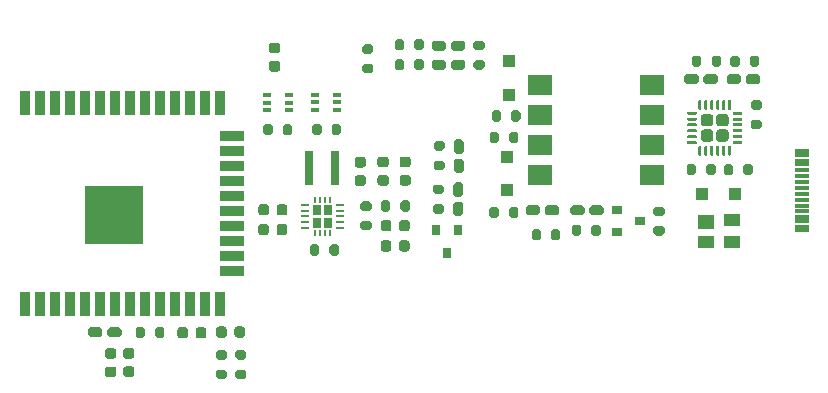
<source format=gbr>
%TF.GenerationSoftware,KiCad,Pcbnew,(5.1.9)-1*%
%TF.CreationDate,2021-11-09T18:36:26+00:00*%
%TF.ProjectId,Bluetooth_ignite_receiver,426c7565-746f-46f7-9468-5f69676e6974,rev?*%
%TF.SameCoordinates,Original*%
%TF.FileFunction,Paste,Top*%
%TF.FilePolarity,Positive*%
%FSLAX46Y46*%
G04 Gerber Fmt 4.6, Leading zero omitted, Abs format (unit mm)*
G04 Created by KiCad (PCBNEW (5.1.9)-1) date 2021-11-09 18:36:26*
%MOMM*%
%LPD*%
G01*
G04 APERTURE LIST*
%ADD10R,1.150000X0.300000*%
%ADD11R,0.800000X0.900000*%
%ADD12R,1.100000X1.100000*%
%ADD13R,2.000000X1.780000*%
%ADD14R,0.900000X2.000000*%
%ADD15R,2.000000X0.900000*%
%ADD16R,5.000000X5.000000*%
%ADD17R,0.650000X0.400000*%
%ADD18R,0.230000X0.600000*%
%ADD19R,0.650000X0.900000*%
%ADD20O,0.800000X0.230000*%
%ADD21R,0.230000X0.230000*%
%ADD22R,0.150000X0.600000*%
%ADD23R,0.900000X0.800000*%
%ADD24R,0.800000X2.900000*%
%ADD25R,1.400000X1.000000*%
%ADD26R,1.400000X1.200000*%
G04 APERTURE END LIST*
D10*
%TO.C,J5*%
X143586500Y-85283300D03*
X143586500Y-86083300D03*
X143586500Y-90883300D03*
X143586500Y-91683300D03*
X143586500Y-91983300D03*
X143586500Y-91183300D03*
X143586500Y-90383300D03*
X143586500Y-89883300D03*
X143586500Y-89383300D03*
X143586500Y-88883300D03*
X143586500Y-88383300D03*
X143586500Y-87883300D03*
X143586500Y-87383300D03*
X143586500Y-86883300D03*
X143586500Y-86383300D03*
X143586500Y-85583300D03*
%TD*%
%TO.C,D6*%
G36*
G01*
X114303400Y-89557200D02*
X114728400Y-89557200D01*
G75*
G02*
X114940900Y-89769700I0J-212500D01*
G01*
X114940900Y-90569700D01*
G75*
G02*
X114728400Y-90782200I-212500J0D01*
G01*
X114303400Y-90782200D01*
G75*
G02*
X114090900Y-90569700I0J212500D01*
G01*
X114090900Y-89769700D01*
G75*
G02*
X114303400Y-89557200I212500J0D01*
G01*
G37*
G36*
G01*
X114303400Y-87932200D02*
X114728400Y-87932200D01*
G75*
G02*
X114940900Y-88144700I0J-212500D01*
G01*
X114940900Y-88944700D01*
G75*
G02*
X114728400Y-89157200I-212500J0D01*
G01*
X114303400Y-89157200D01*
G75*
G02*
X114090900Y-88944700I0J212500D01*
G01*
X114090900Y-88144700D01*
G75*
G02*
X114303400Y-87932200I212500J0D01*
G01*
G37*
%TD*%
%TO.C,R11*%
G36*
G01*
X112628000Y-86073800D02*
X113178000Y-86073800D01*
G75*
G02*
X113378000Y-86273800I0J-200000D01*
G01*
X113378000Y-86673800D01*
G75*
G02*
X113178000Y-86873800I-200000J0D01*
G01*
X112628000Y-86873800D01*
G75*
G02*
X112428000Y-86673800I0J200000D01*
G01*
X112428000Y-86273800D01*
G75*
G02*
X112628000Y-86073800I200000J0D01*
G01*
G37*
G36*
G01*
X112628000Y-84423800D02*
X113178000Y-84423800D01*
G75*
G02*
X113378000Y-84623800I0J-200000D01*
G01*
X113378000Y-85023800D01*
G75*
G02*
X113178000Y-85223800I-200000J0D01*
G01*
X112628000Y-85223800D01*
G75*
G02*
X112428000Y-85023800I0J200000D01*
G01*
X112428000Y-84623800D01*
G75*
G02*
X112628000Y-84423800I200000J0D01*
G01*
G37*
%TD*%
%TO.C,R14*%
G36*
G01*
X112564500Y-89770000D02*
X113114500Y-89770000D01*
G75*
G02*
X113314500Y-89970000I0J-200000D01*
G01*
X113314500Y-90370000D01*
G75*
G02*
X113114500Y-90570000I-200000J0D01*
G01*
X112564500Y-90570000D01*
G75*
G02*
X112364500Y-90370000I0J200000D01*
G01*
X112364500Y-89970000D01*
G75*
G02*
X112564500Y-89770000I200000J0D01*
G01*
G37*
G36*
G01*
X112564500Y-88120000D02*
X113114500Y-88120000D01*
G75*
G02*
X113314500Y-88320000I0J-200000D01*
G01*
X113314500Y-88720000D01*
G75*
G02*
X113114500Y-88920000I-200000J0D01*
G01*
X112564500Y-88920000D01*
G75*
G02*
X112364500Y-88720000I0J200000D01*
G01*
X112364500Y-88320000D01*
G75*
G02*
X112564500Y-88120000I200000J0D01*
G01*
G37*
%TD*%
D11*
%TO.C,Q3*%
X113576100Y-93925900D03*
X112626100Y-91925900D03*
X114526100Y-91925900D03*
%TD*%
%TO.C,D4*%
G36*
G01*
X114341500Y-85912300D02*
X114766500Y-85912300D01*
G75*
G02*
X114979000Y-86124800I0J-212500D01*
G01*
X114979000Y-86924800D01*
G75*
G02*
X114766500Y-87137300I-212500J0D01*
G01*
X114341500Y-87137300D01*
G75*
G02*
X114129000Y-86924800I0J212500D01*
G01*
X114129000Y-86124800D01*
G75*
G02*
X114341500Y-85912300I212500J0D01*
G01*
G37*
G36*
G01*
X114341500Y-84287300D02*
X114766500Y-84287300D01*
G75*
G02*
X114979000Y-84499800I0J-212500D01*
G01*
X114979000Y-85299800D01*
G75*
G02*
X114766500Y-85512300I-212500J0D01*
G01*
X114341500Y-85512300D01*
G75*
G02*
X114129000Y-85299800I0J212500D01*
G01*
X114129000Y-84499800D01*
G75*
G02*
X114341500Y-84287300I212500J0D01*
G01*
G37*
%TD*%
D12*
%TO.C,D5*%
X118795800Y-80482900D03*
X118795800Y-77682900D03*
%TD*%
%TO.C,R12*%
G36*
G01*
X117964400Y-83862500D02*
X117964400Y-84412500D01*
G75*
G02*
X117764400Y-84612500I-200000J0D01*
G01*
X117364400Y-84612500D01*
G75*
G02*
X117164400Y-84412500I0J200000D01*
G01*
X117164400Y-83862500D01*
G75*
G02*
X117364400Y-83662500I200000J0D01*
G01*
X117764400Y-83662500D01*
G75*
G02*
X117964400Y-83862500I0J-200000D01*
G01*
G37*
G36*
G01*
X119614400Y-83862500D02*
X119614400Y-84412500D01*
G75*
G02*
X119414400Y-84612500I-200000J0D01*
G01*
X119014400Y-84612500D01*
G75*
G02*
X118814400Y-84412500I0J200000D01*
G01*
X118814400Y-83862500D01*
G75*
G02*
X119014400Y-83662500I200000J0D01*
G01*
X119414400Y-83662500D01*
G75*
G02*
X119614400Y-83862500I0J-200000D01*
G01*
G37*
%TD*%
%TO.C,R13*%
G36*
G01*
X118142200Y-82033700D02*
X118142200Y-82583700D01*
G75*
G02*
X117942200Y-82783700I-200000J0D01*
G01*
X117542200Y-82783700D01*
G75*
G02*
X117342200Y-82583700I0J200000D01*
G01*
X117342200Y-82033700D01*
G75*
G02*
X117542200Y-81833700I200000J0D01*
G01*
X117942200Y-81833700D01*
G75*
G02*
X118142200Y-82033700I0J-200000D01*
G01*
G37*
G36*
G01*
X119792200Y-82033700D02*
X119792200Y-82583700D01*
G75*
G02*
X119592200Y-82783700I-200000J0D01*
G01*
X119192200Y-82783700D01*
G75*
G02*
X118992200Y-82583700I0J200000D01*
G01*
X118992200Y-82033700D01*
G75*
G02*
X119192200Y-81833700I200000J0D01*
G01*
X119592200Y-81833700D01*
G75*
G02*
X119792200Y-82033700I0J-200000D01*
G01*
G37*
%TD*%
D13*
%TO.C,U3*%
X130926800Y-79679800D03*
X121396800Y-87299800D03*
X130926800Y-82219800D03*
X121396800Y-84759800D03*
X130926800Y-84759800D03*
X121396800Y-82219800D03*
X130926800Y-87299800D03*
X121396800Y-79679800D03*
%TD*%
D14*
%TO.C,U2*%
X77838300Y-81200100D03*
X79108300Y-81200100D03*
X80378300Y-81200100D03*
X81648300Y-81200100D03*
X82918300Y-81200100D03*
X84188300Y-81200100D03*
X85458300Y-81200100D03*
X86728300Y-81200100D03*
X87998300Y-81200100D03*
X89268300Y-81200100D03*
X90538300Y-81200100D03*
X91808300Y-81200100D03*
X93078300Y-81200100D03*
X94348300Y-81200100D03*
D15*
X95348300Y-83985100D03*
X95348300Y-85255100D03*
X95348300Y-86525100D03*
X95348300Y-87795100D03*
X95348300Y-89065100D03*
X95348300Y-90335100D03*
X95348300Y-91605100D03*
X95348300Y-92875100D03*
X95348300Y-94145100D03*
X95348300Y-95415100D03*
D14*
X94348300Y-98200100D03*
X93078300Y-98200100D03*
X91808300Y-98200100D03*
X90538300Y-98200100D03*
X89268300Y-98200100D03*
X87998300Y-98200100D03*
X86728300Y-98200100D03*
X85458300Y-98200100D03*
X84188300Y-98200100D03*
X82918300Y-98200100D03*
X81648300Y-98200100D03*
X80378300Y-98200100D03*
X79108300Y-98200100D03*
X77838300Y-98200100D03*
D16*
X85338300Y-90700100D03*
%TD*%
%TO.C,C6*%
G36*
G01*
X98481000Y-91672600D02*
X98481000Y-92172600D01*
G75*
G02*
X98256000Y-92397600I-225000J0D01*
G01*
X97806000Y-92397600D01*
G75*
G02*
X97581000Y-92172600I0J225000D01*
G01*
X97581000Y-91672600D01*
G75*
G02*
X97806000Y-91447600I225000J0D01*
G01*
X98256000Y-91447600D01*
G75*
G02*
X98481000Y-91672600I0J-225000D01*
G01*
G37*
G36*
G01*
X100031000Y-91672600D02*
X100031000Y-92172600D01*
G75*
G02*
X99806000Y-92397600I-225000J0D01*
G01*
X99356000Y-92397600D01*
G75*
G02*
X99131000Y-92172600I0J225000D01*
G01*
X99131000Y-91672600D01*
G75*
G02*
X99356000Y-91447600I225000J0D01*
G01*
X99806000Y-91447600D01*
G75*
G02*
X100031000Y-91672600I0J-225000D01*
G01*
G37*
%TD*%
%TO.C,R25*%
G36*
G01*
X109938500Y-75988500D02*
X109938500Y-76538500D01*
G75*
G02*
X109738500Y-76738500I-200000J0D01*
G01*
X109338500Y-76738500D01*
G75*
G02*
X109138500Y-76538500I0J200000D01*
G01*
X109138500Y-75988500D01*
G75*
G02*
X109338500Y-75788500I200000J0D01*
G01*
X109738500Y-75788500D01*
G75*
G02*
X109938500Y-75988500I0J-200000D01*
G01*
G37*
G36*
G01*
X111588500Y-75988500D02*
X111588500Y-76538500D01*
G75*
G02*
X111388500Y-76738500I-200000J0D01*
G01*
X110988500Y-76738500D01*
G75*
G02*
X110788500Y-76538500I0J200000D01*
G01*
X110788500Y-75988500D01*
G75*
G02*
X110988500Y-75788500I200000J0D01*
G01*
X111388500Y-75788500D01*
G75*
G02*
X111588500Y-75988500I0J-200000D01*
G01*
G37*
%TD*%
%TO.C,R24*%
G36*
G01*
X109950700Y-77690300D02*
X109950700Y-78240300D01*
G75*
G02*
X109750700Y-78440300I-200000J0D01*
G01*
X109350700Y-78440300D01*
G75*
G02*
X109150700Y-78240300I0J200000D01*
G01*
X109150700Y-77690300D01*
G75*
G02*
X109350700Y-77490300I200000J0D01*
G01*
X109750700Y-77490300D01*
G75*
G02*
X109950700Y-77690300I0J-200000D01*
G01*
G37*
G36*
G01*
X111600700Y-77690300D02*
X111600700Y-78240300D01*
G75*
G02*
X111400700Y-78440300I-200000J0D01*
G01*
X111000700Y-78440300D01*
G75*
G02*
X110800700Y-78240300I0J200000D01*
G01*
X110800700Y-77690300D01*
G75*
G02*
X111000700Y-77490300I200000J0D01*
G01*
X111400700Y-77490300D01*
G75*
G02*
X111600700Y-77690300I0J-200000D01*
G01*
G37*
%TD*%
%TO.C,D13*%
G36*
G01*
X113490400Y-76139900D02*
X113490400Y-76564900D01*
G75*
G02*
X113277900Y-76777400I-212500J0D01*
G01*
X112477900Y-76777400D01*
G75*
G02*
X112265400Y-76564900I0J212500D01*
G01*
X112265400Y-76139900D01*
G75*
G02*
X112477900Y-75927400I212500J0D01*
G01*
X113277900Y-75927400D01*
G75*
G02*
X113490400Y-76139900I0J-212500D01*
G01*
G37*
G36*
G01*
X115115400Y-76139900D02*
X115115400Y-76564900D01*
G75*
G02*
X114902900Y-76777400I-212500J0D01*
G01*
X114102900Y-76777400D01*
G75*
G02*
X113890400Y-76564900I0J212500D01*
G01*
X113890400Y-76139900D01*
G75*
G02*
X114102900Y-75927400I212500J0D01*
G01*
X114902900Y-75927400D01*
G75*
G02*
X115115400Y-76139900I0J-212500D01*
G01*
G37*
%TD*%
%TO.C,D12*%
G36*
G01*
X113490100Y-77752800D02*
X113490100Y-78177800D01*
G75*
G02*
X113277600Y-78390300I-212500J0D01*
G01*
X112477600Y-78390300D01*
G75*
G02*
X112265100Y-78177800I0J212500D01*
G01*
X112265100Y-77752800D01*
G75*
G02*
X112477600Y-77540300I212500J0D01*
G01*
X113277600Y-77540300D01*
G75*
G02*
X113490100Y-77752800I0J-212500D01*
G01*
G37*
G36*
G01*
X115115100Y-77752800D02*
X115115100Y-78177800D01*
G75*
G02*
X114902600Y-78390300I-212500J0D01*
G01*
X114102600Y-78390300D01*
G75*
G02*
X113890100Y-78177800I0J212500D01*
G01*
X113890100Y-77752800D01*
G75*
G02*
X114102600Y-77540300I212500J0D01*
G01*
X114902600Y-77540300D01*
G75*
G02*
X115115100Y-77752800I0J-212500D01*
G01*
G37*
%TD*%
D17*
%TO.C,Q1*%
X104289900Y-80503000D03*
X104289900Y-81803000D03*
X102389900Y-81153000D03*
X104289900Y-81153000D03*
X102389900Y-81803000D03*
X102389900Y-80503000D03*
%TD*%
D18*
%TO.C,U5*%
X103622400Y-92230000D03*
X103222400Y-92230000D03*
X102822400Y-92230000D03*
X102422400Y-92230000D03*
X103622400Y-89380000D03*
X103222400Y-89380000D03*
X102822400Y-89380000D03*
X102422400Y-89380000D03*
D19*
X103457400Y-90245000D03*
X102587400Y-91365000D03*
X103457400Y-91365000D03*
X102587400Y-90245000D03*
D20*
X104497400Y-89805000D03*
X104497400Y-90305000D03*
X104497400Y-90805000D03*
D21*
X104782400Y-91305000D03*
X104782400Y-91805000D03*
D20*
X101547400Y-91805000D03*
D21*
X101262400Y-91305000D03*
D20*
X101547400Y-90805000D03*
D21*
X101262400Y-90305000D03*
X101262400Y-89805000D03*
D22*
X103222400Y-92230000D03*
X102822400Y-92230000D03*
X103222400Y-89380000D03*
X102822400Y-89380000D03*
D21*
X104782400Y-89805000D03*
X104782400Y-90305000D03*
X104782400Y-90805000D03*
D20*
X104497400Y-91305000D03*
X104497400Y-91805000D03*
D21*
X101262400Y-91805000D03*
D20*
X101547400Y-91305000D03*
D21*
X101262400Y-90805000D03*
D20*
X101547400Y-90305000D03*
X101547400Y-89805000D03*
D22*
X103622400Y-89380000D03*
X102422400Y-89380000D03*
X103622400Y-92230000D03*
X102422400Y-92230000D03*
%TD*%
%TO.C,U1*%
G36*
G01*
X137157901Y-83187000D02*
X136607899Y-83187000D01*
G75*
G02*
X136357900Y-82937001I0J249999D01*
G01*
X136357900Y-82386999D01*
G75*
G02*
X136607899Y-82137000I249999J0D01*
G01*
X137157901Y-82137000D01*
G75*
G02*
X137407900Y-82386999I0J-249999D01*
G01*
X137407900Y-82937001D01*
G75*
G02*
X137157901Y-83187000I-249999J0D01*
G01*
G37*
G36*
G01*
X135857901Y-83187000D02*
X135307899Y-83187000D01*
G75*
G02*
X135057900Y-82937001I0J249999D01*
G01*
X135057900Y-82386999D01*
G75*
G02*
X135307899Y-82137000I249999J0D01*
G01*
X135857901Y-82137000D01*
G75*
G02*
X136107900Y-82386999I0J-249999D01*
G01*
X136107900Y-82937001D01*
G75*
G02*
X135857901Y-83187000I-249999J0D01*
G01*
G37*
G36*
G01*
X137157901Y-84487000D02*
X136607899Y-84487000D01*
G75*
G02*
X136357900Y-84237001I0J249999D01*
G01*
X136357900Y-83686999D01*
G75*
G02*
X136607899Y-83437000I249999J0D01*
G01*
X137157901Y-83437000D01*
G75*
G02*
X137407900Y-83686999I0J-249999D01*
G01*
X137407900Y-84237001D01*
G75*
G02*
X137157901Y-84487000I-249999J0D01*
G01*
G37*
G36*
G01*
X135857901Y-84487000D02*
X135307899Y-84487000D01*
G75*
G02*
X135057900Y-84237001I0J249999D01*
G01*
X135057900Y-83686999D01*
G75*
G02*
X135307899Y-83437000I249999J0D01*
G01*
X135857901Y-83437000D01*
G75*
G02*
X136107900Y-83686999I0J-249999D01*
G01*
X136107900Y-84237001D01*
G75*
G02*
X135857901Y-84487000I-249999J0D01*
G01*
G37*
G36*
G01*
X134645400Y-84687000D02*
X133945400Y-84687000D01*
G75*
G02*
X133882900Y-84624500I0J62500D01*
G01*
X133882900Y-84499500D01*
G75*
G02*
X133945400Y-84437000I62500J0D01*
G01*
X134645400Y-84437000D01*
G75*
G02*
X134707900Y-84499500I0J-62500D01*
G01*
X134707900Y-84624500D01*
G75*
G02*
X134645400Y-84687000I-62500J0D01*
G01*
G37*
G36*
G01*
X134645400Y-84187000D02*
X133945400Y-84187000D01*
G75*
G02*
X133882900Y-84124500I0J62500D01*
G01*
X133882900Y-83999500D01*
G75*
G02*
X133945400Y-83937000I62500J0D01*
G01*
X134645400Y-83937000D01*
G75*
G02*
X134707900Y-83999500I0J-62500D01*
G01*
X134707900Y-84124500D01*
G75*
G02*
X134645400Y-84187000I-62500J0D01*
G01*
G37*
G36*
G01*
X134645400Y-83687000D02*
X133945400Y-83687000D01*
G75*
G02*
X133882900Y-83624500I0J62500D01*
G01*
X133882900Y-83499500D01*
G75*
G02*
X133945400Y-83437000I62500J0D01*
G01*
X134645400Y-83437000D01*
G75*
G02*
X134707900Y-83499500I0J-62500D01*
G01*
X134707900Y-83624500D01*
G75*
G02*
X134645400Y-83687000I-62500J0D01*
G01*
G37*
G36*
G01*
X134645400Y-83187000D02*
X133945400Y-83187000D01*
G75*
G02*
X133882900Y-83124500I0J62500D01*
G01*
X133882900Y-82999500D01*
G75*
G02*
X133945400Y-82937000I62500J0D01*
G01*
X134645400Y-82937000D01*
G75*
G02*
X134707900Y-82999500I0J-62500D01*
G01*
X134707900Y-83124500D01*
G75*
G02*
X134645400Y-83187000I-62500J0D01*
G01*
G37*
G36*
G01*
X134645400Y-82687000D02*
X133945400Y-82687000D01*
G75*
G02*
X133882900Y-82624500I0J62500D01*
G01*
X133882900Y-82499500D01*
G75*
G02*
X133945400Y-82437000I62500J0D01*
G01*
X134645400Y-82437000D01*
G75*
G02*
X134707900Y-82499500I0J-62500D01*
G01*
X134707900Y-82624500D01*
G75*
G02*
X134645400Y-82687000I-62500J0D01*
G01*
G37*
G36*
G01*
X134645400Y-82187000D02*
X133945400Y-82187000D01*
G75*
G02*
X133882900Y-82124500I0J62500D01*
G01*
X133882900Y-81999500D01*
G75*
G02*
X133945400Y-81937000I62500J0D01*
G01*
X134645400Y-81937000D01*
G75*
G02*
X134707900Y-81999500I0J-62500D01*
G01*
X134707900Y-82124500D01*
G75*
G02*
X134645400Y-82187000I-62500J0D01*
G01*
G37*
G36*
G01*
X135045400Y-81787000D02*
X134920400Y-81787000D01*
G75*
G02*
X134857900Y-81724500I0J62500D01*
G01*
X134857900Y-81024500D01*
G75*
G02*
X134920400Y-80962000I62500J0D01*
G01*
X135045400Y-80962000D01*
G75*
G02*
X135107900Y-81024500I0J-62500D01*
G01*
X135107900Y-81724500D01*
G75*
G02*
X135045400Y-81787000I-62500J0D01*
G01*
G37*
G36*
G01*
X135545400Y-81787000D02*
X135420400Y-81787000D01*
G75*
G02*
X135357900Y-81724500I0J62500D01*
G01*
X135357900Y-81024500D01*
G75*
G02*
X135420400Y-80962000I62500J0D01*
G01*
X135545400Y-80962000D01*
G75*
G02*
X135607900Y-81024500I0J-62500D01*
G01*
X135607900Y-81724500D01*
G75*
G02*
X135545400Y-81787000I-62500J0D01*
G01*
G37*
G36*
G01*
X136045400Y-81787000D02*
X135920400Y-81787000D01*
G75*
G02*
X135857900Y-81724500I0J62500D01*
G01*
X135857900Y-81024500D01*
G75*
G02*
X135920400Y-80962000I62500J0D01*
G01*
X136045400Y-80962000D01*
G75*
G02*
X136107900Y-81024500I0J-62500D01*
G01*
X136107900Y-81724500D01*
G75*
G02*
X136045400Y-81787000I-62500J0D01*
G01*
G37*
G36*
G01*
X136545400Y-81787000D02*
X136420400Y-81787000D01*
G75*
G02*
X136357900Y-81724500I0J62500D01*
G01*
X136357900Y-81024500D01*
G75*
G02*
X136420400Y-80962000I62500J0D01*
G01*
X136545400Y-80962000D01*
G75*
G02*
X136607900Y-81024500I0J-62500D01*
G01*
X136607900Y-81724500D01*
G75*
G02*
X136545400Y-81787000I-62500J0D01*
G01*
G37*
G36*
G01*
X137045400Y-81787000D02*
X136920400Y-81787000D01*
G75*
G02*
X136857900Y-81724500I0J62500D01*
G01*
X136857900Y-81024500D01*
G75*
G02*
X136920400Y-80962000I62500J0D01*
G01*
X137045400Y-80962000D01*
G75*
G02*
X137107900Y-81024500I0J-62500D01*
G01*
X137107900Y-81724500D01*
G75*
G02*
X137045400Y-81787000I-62500J0D01*
G01*
G37*
G36*
G01*
X137545400Y-81787000D02*
X137420400Y-81787000D01*
G75*
G02*
X137357900Y-81724500I0J62500D01*
G01*
X137357900Y-81024500D01*
G75*
G02*
X137420400Y-80962000I62500J0D01*
G01*
X137545400Y-80962000D01*
G75*
G02*
X137607900Y-81024500I0J-62500D01*
G01*
X137607900Y-81724500D01*
G75*
G02*
X137545400Y-81787000I-62500J0D01*
G01*
G37*
G36*
G01*
X138520400Y-82187000D02*
X137820400Y-82187000D01*
G75*
G02*
X137757900Y-82124500I0J62500D01*
G01*
X137757900Y-81999500D01*
G75*
G02*
X137820400Y-81937000I62500J0D01*
G01*
X138520400Y-81937000D01*
G75*
G02*
X138582900Y-81999500I0J-62500D01*
G01*
X138582900Y-82124500D01*
G75*
G02*
X138520400Y-82187000I-62500J0D01*
G01*
G37*
G36*
G01*
X138520400Y-82687000D02*
X137820400Y-82687000D01*
G75*
G02*
X137757900Y-82624500I0J62500D01*
G01*
X137757900Y-82499500D01*
G75*
G02*
X137820400Y-82437000I62500J0D01*
G01*
X138520400Y-82437000D01*
G75*
G02*
X138582900Y-82499500I0J-62500D01*
G01*
X138582900Y-82624500D01*
G75*
G02*
X138520400Y-82687000I-62500J0D01*
G01*
G37*
G36*
G01*
X138520400Y-83187000D02*
X137820400Y-83187000D01*
G75*
G02*
X137757900Y-83124500I0J62500D01*
G01*
X137757900Y-82999500D01*
G75*
G02*
X137820400Y-82937000I62500J0D01*
G01*
X138520400Y-82937000D01*
G75*
G02*
X138582900Y-82999500I0J-62500D01*
G01*
X138582900Y-83124500D01*
G75*
G02*
X138520400Y-83187000I-62500J0D01*
G01*
G37*
G36*
G01*
X138520400Y-83687000D02*
X137820400Y-83687000D01*
G75*
G02*
X137757900Y-83624500I0J62500D01*
G01*
X137757900Y-83499500D01*
G75*
G02*
X137820400Y-83437000I62500J0D01*
G01*
X138520400Y-83437000D01*
G75*
G02*
X138582900Y-83499500I0J-62500D01*
G01*
X138582900Y-83624500D01*
G75*
G02*
X138520400Y-83687000I-62500J0D01*
G01*
G37*
G36*
G01*
X138520400Y-84187000D02*
X137820400Y-84187000D01*
G75*
G02*
X137757900Y-84124500I0J62500D01*
G01*
X137757900Y-83999500D01*
G75*
G02*
X137820400Y-83937000I62500J0D01*
G01*
X138520400Y-83937000D01*
G75*
G02*
X138582900Y-83999500I0J-62500D01*
G01*
X138582900Y-84124500D01*
G75*
G02*
X138520400Y-84187000I-62500J0D01*
G01*
G37*
G36*
G01*
X138520400Y-84687000D02*
X137820400Y-84687000D01*
G75*
G02*
X137757900Y-84624500I0J62500D01*
G01*
X137757900Y-84499500D01*
G75*
G02*
X137820400Y-84437000I62500J0D01*
G01*
X138520400Y-84437000D01*
G75*
G02*
X138582900Y-84499500I0J-62500D01*
G01*
X138582900Y-84624500D01*
G75*
G02*
X138520400Y-84687000I-62500J0D01*
G01*
G37*
G36*
G01*
X137545400Y-85662000D02*
X137420400Y-85662000D01*
G75*
G02*
X137357900Y-85599500I0J62500D01*
G01*
X137357900Y-84899500D01*
G75*
G02*
X137420400Y-84837000I62500J0D01*
G01*
X137545400Y-84837000D01*
G75*
G02*
X137607900Y-84899500I0J-62500D01*
G01*
X137607900Y-85599500D01*
G75*
G02*
X137545400Y-85662000I-62500J0D01*
G01*
G37*
G36*
G01*
X137045400Y-85662000D02*
X136920400Y-85662000D01*
G75*
G02*
X136857900Y-85599500I0J62500D01*
G01*
X136857900Y-84899500D01*
G75*
G02*
X136920400Y-84837000I62500J0D01*
G01*
X137045400Y-84837000D01*
G75*
G02*
X137107900Y-84899500I0J-62500D01*
G01*
X137107900Y-85599500D01*
G75*
G02*
X137045400Y-85662000I-62500J0D01*
G01*
G37*
G36*
G01*
X136545400Y-85662000D02*
X136420400Y-85662000D01*
G75*
G02*
X136357900Y-85599500I0J62500D01*
G01*
X136357900Y-84899500D01*
G75*
G02*
X136420400Y-84837000I62500J0D01*
G01*
X136545400Y-84837000D01*
G75*
G02*
X136607900Y-84899500I0J-62500D01*
G01*
X136607900Y-85599500D01*
G75*
G02*
X136545400Y-85662000I-62500J0D01*
G01*
G37*
G36*
G01*
X136045400Y-85662000D02*
X135920400Y-85662000D01*
G75*
G02*
X135857900Y-85599500I0J62500D01*
G01*
X135857900Y-84899500D01*
G75*
G02*
X135920400Y-84837000I62500J0D01*
G01*
X136045400Y-84837000D01*
G75*
G02*
X136107900Y-84899500I0J-62500D01*
G01*
X136107900Y-85599500D01*
G75*
G02*
X136045400Y-85662000I-62500J0D01*
G01*
G37*
G36*
G01*
X135545400Y-85662000D02*
X135420400Y-85662000D01*
G75*
G02*
X135357900Y-85599500I0J62500D01*
G01*
X135357900Y-84899500D01*
G75*
G02*
X135420400Y-84837000I62500J0D01*
G01*
X135545400Y-84837000D01*
G75*
G02*
X135607900Y-84899500I0J-62500D01*
G01*
X135607900Y-85599500D01*
G75*
G02*
X135545400Y-85662000I-62500J0D01*
G01*
G37*
G36*
G01*
X135045400Y-85662000D02*
X134920400Y-85662000D01*
G75*
G02*
X134857900Y-85599500I0J62500D01*
G01*
X134857900Y-84899500D01*
G75*
G02*
X134920400Y-84837000I62500J0D01*
G01*
X135045400Y-84837000D01*
G75*
G02*
X135107900Y-84899500I0J-62500D01*
G01*
X135107900Y-85599500D01*
G75*
G02*
X135045400Y-85662000I-62500J0D01*
G01*
G37*
%TD*%
%TO.C,R23*%
G36*
G01*
X139198400Y-77935500D02*
X139198400Y-77385500D01*
G75*
G02*
X139398400Y-77185500I200000J0D01*
G01*
X139798400Y-77185500D01*
G75*
G02*
X139998400Y-77385500I0J-200000D01*
G01*
X139998400Y-77935500D01*
G75*
G02*
X139798400Y-78135500I-200000J0D01*
G01*
X139398400Y-78135500D01*
G75*
G02*
X139198400Y-77935500I0J200000D01*
G01*
G37*
G36*
G01*
X137548400Y-77935500D02*
X137548400Y-77385500D01*
G75*
G02*
X137748400Y-77185500I200000J0D01*
G01*
X138148400Y-77185500D01*
G75*
G02*
X138348400Y-77385500I0J-200000D01*
G01*
X138348400Y-77935500D01*
G75*
G02*
X138148400Y-78135500I-200000J0D01*
G01*
X137748400Y-78135500D01*
G75*
G02*
X137548400Y-77935500I0J200000D01*
G01*
G37*
%TD*%
%TO.C,R22*%
G36*
G01*
X135109400Y-77385500D02*
X135109400Y-77935500D01*
G75*
G02*
X134909400Y-78135500I-200000J0D01*
G01*
X134509400Y-78135500D01*
G75*
G02*
X134309400Y-77935500I0J200000D01*
G01*
X134309400Y-77385500D01*
G75*
G02*
X134509400Y-77185500I200000J0D01*
G01*
X134909400Y-77185500D01*
G75*
G02*
X135109400Y-77385500I0J-200000D01*
G01*
G37*
G36*
G01*
X136759400Y-77385500D02*
X136759400Y-77935500D01*
G75*
G02*
X136559400Y-78135500I-200000J0D01*
G01*
X136159400Y-78135500D01*
G75*
G02*
X135959400Y-77935500I0J200000D01*
G01*
X135959400Y-77385500D01*
G75*
G02*
X136159400Y-77185500I200000J0D01*
G01*
X136559400Y-77185500D01*
G75*
G02*
X136759400Y-77385500I0J-200000D01*
G01*
G37*
%TD*%
%TO.C,R21*%
G36*
G01*
X102762500Y-93374800D02*
X102762500Y-93924800D01*
G75*
G02*
X102562500Y-94124800I-200000J0D01*
G01*
X102162500Y-94124800D01*
G75*
G02*
X101962500Y-93924800I0J200000D01*
G01*
X101962500Y-93374800D01*
G75*
G02*
X102162500Y-93174800I200000J0D01*
G01*
X102562500Y-93174800D01*
G75*
G02*
X102762500Y-93374800I0J-200000D01*
G01*
G37*
G36*
G01*
X104412500Y-93374800D02*
X104412500Y-93924800D01*
G75*
G02*
X104212500Y-94124800I-200000J0D01*
G01*
X103812500Y-94124800D01*
G75*
G02*
X103612500Y-93924800I0J200000D01*
G01*
X103612500Y-93374800D01*
G75*
G02*
X103812500Y-93174800I200000J0D01*
G01*
X104212500Y-93174800D01*
G75*
G02*
X104412500Y-93374800I0J-200000D01*
G01*
G37*
%TD*%
%TO.C,R20*%
G36*
G01*
X106430400Y-91179200D02*
X106980400Y-91179200D01*
G75*
G02*
X107180400Y-91379200I0J-200000D01*
G01*
X107180400Y-91779200D01*
G75*
G02*
X106980400Y-91979200I-200000J0D01*
G01*
X106430400Y-91979200D01*
G75*
G02*
X106230400Y-91779200I0J200000D01*
G01*
X106230400Y-91379200D01*
G75*
G02*
X106430400Y-91179200I200000J0D01*
G01*
G37*
G36*
G01*
X106430400Y-89529200D02*
X106980400Y-89529200D01*
G75*
G02*
X107180400Y-89729200I0J-200000D01*
G01*
X107180400Y-90129200D01*
G75*
G02*
X106980400Y-90329200I-200000J0D01*
G01*
X106430400Y-90329200D01*
G75*
G02*
X106230400Y-90129200I0J200000D01*
G01*
X106230400Y-89729200D01*
G75*
G02*
X106430400Y-89529200I200000J0D01*
G01*
G37*
%TD*%
%TO.C,R19*%
G36*
G01*
X109620100Y-90191000D02*
X109620100Y-89641000D01*
G75*
G02*
X109820100Y-89441000I200000J0D01*
G01*
X110220100Y-89441000D01*
G75*
G02*
X110420100Y-89641000I0J-200000D01*
G01*
X110420100Y-90191000D01*
G75*
G02*
X110220100Y-90391000I-200000J0D01*
G01*
X109820100Y-90391000D01*
G75*
G02*
X109620100Y-90191000I0J200000D01*
G01*
G37*
G36*
G01*
X107970100Y-90191000D02*
X107970100Y-89641000D01*
G75*
G02*
X108170100Y-89441000I200000J0D01*
G01*
X108570100Y-89441000D01*
G75*
G02*
X108770100Y-89641000I0J-200000D01*
G01*
X108770100Y-90191000D01*
G75*
G02*
X108570100Y-90391000I-200000J0D01*
G01*
X108170100Y-90391000D01*
G75*
G02*
X107970100Y-90191000I0J200000D01*
G01*
G37*
%TD*%
%TO.C,R18*%
G36*
G01*
X125774000Y-92248400D02*
X125774000Y-91698400D01*
G75*
G02*
X125974000Y-91498400I200000J0D01*
G01*
X126374000Y-91498400D01*
G75*
G02*
X126574000Y-91698400I0J-200000D01*
G01*
X126574000Y-92248400D01*
G75*
G02*
X126374000Y-92448400I-200000J0D01*
G01*
X125974000Y-92448400D01*
G75*
G02*
X125774000Y-92248400I0J200000D01*
G01*
G37*
G36*
G01*
X124124000Y-92248400D02*
X124124000Y-91698400D01*
G75*
G02*
X124324000Y-91498400I200000J0D01*
G01*
X124724000Y-91498400D01*
G75*
G02*
X124924000Y-91698400I0J-200000D01*
G01*
X124924000Y-92248400D01*
G75*
G02*
X124724000Y-92448400I-200000J0D01*
G01*
X124324000Y-92448400D01*
G75*
G02*
X124124000Y-92248400I0J200000D01*
G01*
G37*
%TD*%
%TO.C,R17*%
G36*
G01*
X117951700Y-90199800D02*
X117951700Y-90749800D01*
G75*
G02*
X117751700Y-90949800I-200000J0D01*
G01*
X117351700Y-90949800D01*
G75*
G02*
X117151700Y-90749800I0J200000D01*
G01*
X117151700Y-90199800D01*
G75*
G02*
X117351700Y-89999800I200000J0D01*
G01*
X117751700Y-89999800D01*
G75*
G02*
X117951700Y-90199800I0J-200000D01*
G01*
G37*
G36*
G01*
X119601700Y-90199800D02*
X119601700Y-90749800D01*
G75*
G02*
X119401700Y-90949800I-200000J0D01*
G01*
X119001700Y-90949800D01*
G75*
G02*
X118801700Y-90749800I0J200000D01*
G01*
X118801700Y-90199800D01*
G75*
G02*
X119001700Y-89999800I200000J0D01*
G01*
X119401700Y-89999800D01*
G75*
G02*
X119601700Y-90199800I0J-200000D01*
G01*
G37*
%TD*%
%TO.C,R16*%
G36*
G01*
X131233500Y-91623700D02*
X131783500Y-91623700D01*
G75*
G02*
X131983500Y-91823700I0J-200000D01*
G01*
X131983500Y-92223700D01*
G75*
G02*
X131783500Y-92423700I-200000J0D01*
G01*
X131233500Y-92423700D01*
G75*
G02*
X131033500Y-92223700I0J200000D01*
G01*
X131033500Y-91823700D01*
G75*
G02*
X131233500Y-91623700I200000J0D01*
G01*
G37*
G36*
G01*
X131233500Y-89973700D02*
X131783500Y-89973700D01*
G75*
G02*
X131983500Y-90173700I0J-200000D01*
G01*
X131983500Y-90573700D01*
G75*
G02*
X131783500Y-90773700I-200000J0D01*
G01*
X131233500Y-90773700D01*
G75*
G02*
X131033500Y-90573700I0J200000D01*
G01*
X131033500Y-90173700D01*
G75*
G02*
X131233500Y-89973700I200000J0D01*
G01*
G37*
%TD*%
%TO.C,R15*%
G36*
G01*
X122370400Y-92642100D02*
X122370400Y-92092100D01*
G75*
G02*
X122570400Y-91892100I200000J0D01*
G01*
X122970400Y-91892100D01*
G75*
G02*
X123170400Y-92092100I0J-200000D01*
G01*
X123170400Y-92642100D01*
G75*
G02*
X122970400Y-92842100I-200000J0D01*
G01*
X122570400Y-92842100D01*
G75*
G02*
X122370400Y-92642100I0J200000D01*
G01*
G37*
G36*
G01*
X120720400Y-92642100D02*
X120720400Y-92092100D01*
G75*
G02*
X120920400Y-91892100I200000J0D01*
G01*
X121320400Y-91892100D01*
G75*
G02*
X121520400Y-92092100I0J-200000D01*
G01*
X121520400Y-92642100D01*
G75*
G02*
X121320400Y-92842100I-200000J0D01*
G01*
X120920400Y-92842100D01*
G75*
G02*
X120720400Y-92642100I0J200000D01*
G01*
G37*
%TD*%
%TO.C,R10*%
G36*
G01*
X106582800Y-77895000D02*
X107132800Y-77895000D01*
G75*
G02*
X107332800Y-78095000I0J-200000D01*
G01*
X107332800Y-78495000D01*
G75*
G02*
X107132800Y-78695000I-200000J0D01*
G01*
X106582800Y-78695000D01*
G75*
G02*
X106382800Y-78495000I0J200000D01*
G01*
X106382800Y-78095000D01*
G75*
G02*
X106582800Y-77895000I200000J0D01*
G01*
G37*
G36*
G01*
X106582800Y-76245000D02*
X107132800Y-76245000D01*
G75*
G02*
X107332800Y-76445000I0J-200000D01*
G01*
X107332800Y-76845000D01*
G75*
G02*
X107132800Y-77045000I-200000J0D01*
G01*
X106582800Y-77045000D01*
G75*
G02*
X106382800Y-76845000I0J200000D01*
G01*
X106382800Y-76445000D01*
G75*
G02*
X106582800Y-76245000I200000J0D01*
G01*
G37*
%TD*%
%TO.C,R9*%
G36*
G01*
X94187600Y-103777600D02*
X94737600Y-103777600D01*
G75*
G02*
X94937600Y-103977600I0J-200000D01*
G01*
X94937600Y-104377600D01*
G75*
G02*
X94737600Y-104577600I-200000J0D01*
G01*
X94187600Y-104577600D01*
G75*
G02*
X93987600Y-104377600I0J200000D01*
G01*
X93987600Y-103977600D01*
G75*
G02*
X94187600Y-103777600I200000J0D01*
G01*
G37*
G36*
G01*
X94187600Y-102127600D02*
X94737600Y-102127600D01*
G75*
G02*
X94937600Y-102327600I0J-200000D01*
G01*
X94937600Y-102727600D01*
G75*
G02*
X94737600Y-102927600I-200000J0D01*
G01*
X94187600Y-102927600D01*
G75*
G02*
X93987600Y-102727600I0J200000D01*
G01*
X93987600Y-102327600D01*
G75*
G02*
X94187600Y-102127600I200000J0D01*
G01*
G37*
%TD*%
%TO.C,R8*%
G36*
G01*
X116006200Y-77578000D02*
X116556200Y-77578000D01*
G75*
G02*
X116756200Y-77778000I0J-200000D01*
G01*
X116756200Y-78178000D01*
G75*
G02*
X116556200Y-78378000I-200000J0D01*
G01*
X116006200Y-78378000D01*
G75*
G02*
X115806200Y-78178000I0J200000D01*
G01*
X115806200Y-77778000D01*
G75*
G02*
X116006200Y-77578000I200000J0D01*
G01*
G37*
G36*
G01*
X116006200Y-75928000D02*
X116556200Y-75928000D01*
G75*
G02*
X116756200Y-76128000I0J-200000D01*
G01*
X116756200Y-76528000D01*
G75*
G02*
X116556200Y-76728000I-200000J0D01*
G01*
X116006200Y-76728000D01*
G75*
G02*
X115806200Y-76528000I0J200000D01*
G01*
X115806200Y-76128000D01*
G75*
G02*
X116006200Y-75928000I200000J0D01*
G01*
G37*
%TD*%
%TO.C,R7*%
G36*
G01*
X95838600Y-103777600D02*
X96388600Y-103777600D01*
G75*
G02*
X96588600Y-103977600I0J-200000D01*
G01*
X96588600Y-104377600D01*
G75*
G02*
X96388600Y-104577600I-200000J0D01*
G01*
X95838600Y-104577600D01*
G75*
G02*
X95638600Y-104377600I0J200000D01*
G01*
X95638600Y-103977600D01*
G75*
G02*
X95838600Y-103777600I200000J0D01*
G01*
G37*
G36*
G01*
X95838600Y-102127600D02*
X96388600Y-102127600D01*
G75*
G02*
X96588600Y-102327600I0J-200000D01*
G01*
X96588600Y-102727600D01*
G75*
G02*
X96388600Y-102927600I-200000J0D01*
G01*
X95838600Y-102927600D01*
G75*
G02*
X95638600Y-102727600I0J200000D01*
G01*
X95638600Y-102327600D01*
G75*
G02*
X95838600Y-102127600I200000J0D01*
G01*
G37*
%TD*%
%TO.C,R6*%
G36*
G01*
X87992400Y-100347100D02*
X87992400Y-100897100D01*
G75*
G02*
X87792400Y-101097100I-200000J0D01*
G01*
X87392400Y-101097100D01*
G75*
G02*
X87192400Y-100897100I0J200000D01*
G01*
X87192400Y-100347100D01*
G75*
G02*
X87392400Y-100147100I200000J0D01*
G01*
X87792400Y-100147100D01*
G75*
G02*
X87992400Y-100347100I0J-200000D01*
G01*
G37*
G36*
G01*
X89642400Y-100347100D02*
X89642400Y-100897100D01*
G75*
G02*
X89442400Y-101097100I-200000J0D01*
G01*
X89042400Y-101097100D01*
G75*
G02*
X88842400Y-100897100I0J200000D01*
G01*
X88842400Y-100347100D01*
G75*
G02*
X89042400Y-100147100I200000J0D01*
G01*
X89442400Y-100147100D01*
G75*
G02*
X89642400Y-100347100I0J-200000D01*
G01*
G37*
%TD*%
%TO.C,R5*%
G36*
G01*
X140038500Y-81769400D02*
X139488500Y-81769400D01*
G75*
G02*
X139288500Y-81569400I0J200000D01*
G01*
X139288500Y-81169400D01*
G75*
G02*
X139488500Y-80969400I200000J0D01*
G01*
X140038500Y-80969400D01*
G75*
G02*
X140238500Y-81169400I0J-200000D01*
G01*
X140238500Y-81569400D01*
G75*
G02*
X140038500Y-81769400I-200000J0D01*
G01*
G37*
G36*
G01*
X140038500Y-83419400D02*
X139488500Y-83419400D01*
G75*
G02*
X139288500Y-83219400I0J200000D01*
G01*
X139288500Y-82819400D01*
G75*
G02*
X139488500Y-82619400I200000J0D01*
G01*
X140038500Y-82619400D01*
G75*
G02*
X140238500Y-82819400I0J-200000D01*
G01*
X140238500Y-83219400D01*
G75*
G02*
X140038500Y-83419400I-200000J0D01*
G01*
G37*
%TD*%
%TO.C,R4*%
G36*
G01*
X134652200Y-86554900D02*
X134652200Y-87104900D01*
G75*
G02*
X134452200Y-87304900I-200000J0D01*
G01*
X134052200Y-87304900D01*
G75*
G02*
X133852200Y-87104900I0J200000D01*
G01*
X133852200Y-86554900D01*
G75*
G02*
X134052200Y-86354900I200000J0D01*
G01*
X134452200Y-86354900D01*
G75*
G02*
X134652200Y-86554900I0J-200000D01*
G01*
G37*
G36*
G01*
X136302200Y-86554900D02*
X136302200Y-87104900D01*
G75*
G02*
X136102200Y-87304900I-200000J0D01*
G01*
X135702200Y-87304900D01*
G75*
G02*
X135502200Y-87104900I0J200000D01*
G01*
X135502200Y-86554900D01*
G75*
G02*
X135702200Y-86354900I200000J0D01*
G01*
X136102200Y-86354900D01*
G75*
G02*
X136302200Y-86554900I0J-200000D01*
G01*
G37*
%TD*%
%TO.C,R3*%
G36*
G01*
X137789100Y-86580300D02*
X137789100Y-87130300D01*
G75*
G02*
X137589100Y-87330300I-200000J0D01*
G01*
X137189100Y-87330300D01*
G75*
G02*
X136989100Y-87130300I0J200000D01*
G01*
X136989100Y-86580300D01*
G75*
G02*
X137189100Y-86380300I200000J0D01*
G01*
X137589100Y-86380300D01*
G75*
G02*
X137789100Y-86580300I0J-200000D01*
G01*
G37*
G36*
G01*
X139439100Y-86580300D02*
X139439100Y-87130300D01*
G75*
G02*
X139239100Y-87330300I-200000J0D01*
G01*
X138839100Y-87330300D01*
G75*
G02*
X138639100Y-87130300I0J200000D01*
G01*
X138639100Y-86580300D01*
G75*
G02*
X138839100Y-86380300I200000J0D01*
G01*
X139239100Y-86380300D01*
G75*
G02*
X139439100Y-86580300I0J-200000D01*
G01*
G37*
%TD*%
%TO.C,R2*%
G36*
G01*
X98813300Y-83189400D02*
X98813300Y-83739400D01*
G75*
G02*
X98613300Y-83939400I-200000J0D01*
G01*
X98213300Y-83939400D01*
G75*
G02*
X98013300Y-83739400I0J200000D01*
G01*
X98013300Y-83189400D01*
G75*
G02*
X98213300Y-82989400I200000J0D01*
G01*
X98613300Y-82989400D01*
G75*
G02*
X98813300Y-83189400I0J-200000D01*
G01*
G37*
G36*
G01*
X100463300Y-83189400D02*
X100463300Y-83739400D01*
G75*
G02*
X100263300Y-83939400I-200000J0D01*
G01*
X99863300Y-83939400D01*
G75*
G02*
X99663300Y-83739400I0J200000D01*
G01*
X99663300Y-83189400D01*
G75*
G02*
X99863300Y-82989400I200000J0D01*
G01*
X100263300Y-82989400D01*
G75*
G02*
X100463300Y-83189400I0J-200000D01*
G01*
G37*
%TD*%
%TO.C,R1*%
G36*
G01*
X102940800Y-83176700D02*
X102940800Y-83726700D01*
G75*
G02*
X102740800Y-83926700I-200000J0D01*
G01*
X102340800Y-83926700D01*
G75*
G02*
X102140800Y-83726700I0J200000D01*
G01*
X102140800Y-83176700D01*
G75*
G02*
X102340800Y-82976700I200000J0D01*
G01*
X102740800Y-82976700D01*
G75*
G02*
X102940800Y-83176700I0J-200000D01*
G01*
G37*
G36*
G01*
X104590800Y-83176700D02*
X104590800Y-83726700D01*
G75*
G02*
X104390800Y-83926700I-200000J0D01*
G01*
X103990800Y-83926700D01*
G75*
G02*
X103790800Y-83726700I0J200000D01*
G01*
X103790800Y-83176700D01*
G75*
G02*
X103990800Y-82976700I200000J0D01*
G01*
X104390800Y-82976700D01*
G75*
G02*
X104590800Y-83176700I0J-200000D01*
G01*
G37*
%TD*%
D23*
%TO.C,Q4*%
X129930400Y-91198700D03*
X127930400Y-92148700D03*
X127930400Y-90248700D03*
%TD*%
D17*
%TO.C,Q2*%
X100213200Y-80528400D03*
X100213200Y-81828400D03*
X98313200Y-81178400D03*
X100213200Y-81178400D03*
X98313200Y-81828400D03*
X98313200Y-80528400D03*
%TD*%
D24*
%TO.C,L1*%
X104071600Y-86728300D03*
X101871600Y-86728300D03*
%TD*%
%TO.C,D11*%
G36*
G01*
X138858600Y-79409700D02*
X138858600Y-78984700D01*
G75*
G02*
X139071100Y-78772200I212500J0D01*
G01*
X139871100Y-78772200D01*
G75*
G02*
X140083600Y-78984700I0J-212500D01*
G01*
X140083600Y-79409700D01*
G75*
G02*
X139871100Y-79622200I-212500J0D01*
G01*
X139071100Y-79622200D01*
G75*
G02*
X138858600Y-79409700I0J212500D01*
G01*
G37*
G36*
G01*
X137233600Y-79409700D02*
X137233600Y-78984700D01*
G75*
G02*
X137446100Y-78772200I212500J0D01*
G01*
X138246100Y-78772200D01*
G75*
G02*
X138458600Y-78984700I0J-212500D01*
G01*
X138458600Y-79409700D01*
G75*
G02*
X138246100Y-79622200I-212500J0D01*
G01*
X137446100Y-79622200D01*
G75*
G02*
X137233600Y-79409700I0J212500D01*
G01*
G37*
%TD*%
%TO.C,D10*%
G36*
G01*
X135276900Y-79397000D02*
X135276900Y-78972000D01*
G75*
G02*
X135489400Y-78759500I212500J0D01*
G01*
X136289400Y-78759500D01*
G75*
G02*
X136501900Y-78972000I0J-212500D01*
G01*
X136501900Y-79397000D01*
G75*
G02*
X136289400Y-79609500I-212500J0D01*
G01*
X135489400Y-79609500D01*
G75*
G02*
X135276900Y-79397000I0J212500D01*
G01*
G37*
G36*
G01*
X133651900Y-79397000D02*
X133651900Y-78972000D01*
G75*
G02*
X133864400Y-78759500I212500J0D01*
G01*
X134664400Y-78759500D01*
G75*
G02*
X134876900Y-78972000I0J-212500D01*
G01*
X134876900Y-79397000D01*
G75*
G02*
X134664400Y-79609500I-212500J0D01*
G01*
X133864400Y-79609500D01*
G75*
G02*
X133651900Y-79397000I0J212500D01*
G01*
G37*
%TD*%
%TO.C,D9*%
G36*
G01*
X125612200Y-90509500D02*
X125612200Y-90084500D01*
G75*
G02*
X125824700Y-89872000I212500J0D01*
G01*
X126624700Y-89872000D01*
G75*
G02*
X126837200Y-90084500I0J-212500D01*
G01*
X126837200Y-90509500D01*
G75*
G02*
X126624700Y-90722000I-212500J0D01*
G01*
X125824700Y-90722000D01*
G75*
G02*
X125612200Y-90509500I0J212500D01*
G01*
G37*
G36*
G01*
X123987200Y-90509500D02*
X123987200Y-90084500D01*
G75*
G02*
X124199700Y-89872000I212500J0D01*
G01*
X124999700Y-89872000D01*
G75*
G02*
X125212200Y-90084500I0J-212500D01*
G01*
X125212200Y-90509500D01*
G75*
G02*
X124999700Y-90722000I-212500J0D01*
G01*
X124199700Y-90722000D01*
G75*
G02*
X123987200Y-90509500I0J212500D01*
G01*
G37*
%TD*%
D12*
%TO.C,D8*%
X118630700Y-85798200D03*
X118630700Y-88598200D03*
%TD*%
%TO.C,D7*%
G36*
G01*
X121840600Y-90509500D02*
X121840600Y-90084500D01*
G75*
G02*
X122053100Y-89872000I212500J0D01*
G01*
X122853100Y-89872000D01*
G75*
G02*
X123065600Y-90084500I0J-212500D01*
G01*
X123065600Y-90509500D01*
G75*
G02*
X122853100Y-90722000I-212500J0D01*
G01*
X122053100Y-90722000D01*
G75*
G02*
X121840600Y-90509500I0J212500D01*
G01*
G37*
G36*
G01*
X120215600Y-90509500D02*
X120215600Y-90084500D01*
G75*
G02*
X120428100Y-89872000I212500J0D01*
G01*
X121228100Y-89872000D01*
G75*
G02*
X121440600Y-90084500I0J-212500D01*
G01*
X121440600Y-90509500D01*
G75*
G02*
X121228100Y-90722000I-212500J0D01*
G01*
X120428100Y-90722000D01*
G75*
G02*
X120215600Y-90509500I0J212500D01*
G01*
G37*
%TD*%
%TO.C,D3*%
G36*
G01*
X84395000Y-100409600D02*
X84395000Y-100834600D01*
G75*
G02*
X84182500Y-101047100I-212500J0D01*
G01*
X83382500Y-101047100D01*
G75*
G02*
X83170000Y-100834600I0J212500D01*
G01*
X83170000Y-100409600D01*
G75*
G02*
X83382500Y-100197100I212500J0D01*
G01*
X84182500Y-100197100D01*
G75*
G02*
X84395000Y-100409600I0J-212500D01*
G01*
G37*
G36*
G01*
X86020000Y-100409600D02*
X86020000Y-100834600D01*
G75*
G02*
X85807500Y-101047100I-212500J0D01*
G01*
X85007500Y-101047100D01*
G75*
G02*
X84795000Y-100834600I0J212500D01*
G01*
X84795000Y-100409600D01*
G75*
G02*
X85007500Y-100197100I212500J0D01*
G01*
X85807500Y-100197100D01*
G75*
G02*
X86020000Y-100409600I0J-212500D01*
G01*
G37*
%TD*%
D25*
%TO.C,D2*%
X137680700Y-91071700D03*
X137680700Y-92971700D03*
X135480700Y-92971700D03*
D26*
X135480700Y-91251700D03*
%TD*%
D12*
%TO.C,D1*%
X137975800Y-88938100D03*
X135175800Y-88938100D03*
%TD*%
%TO.C,C12*%
G36*
G01*
X105972800Y-87320000D02*
X106472800Y-87320000D01*
G75*
G02*
X106697800Y-87545000I0J-225000D01*
G01*
X106697800Y-87995000D01*
G75*
G02*
X106472800Y-88220000I-225000J0D01*
G01*
X105972800Y-88220000D01*
G75*
G02*
X105747800Y-87995000I0J225000D01*
G01*
X105747800Y-87545000D01*
G75*
G02*
X105972800Y-87320000I225000J0D01*
G01*
G37*
G36*
G01*
X105972800Y-85770000D02*
X106472800Y-85770000D01*
G75*
G02*
X106697800Y-85995000I0J-225000D01*
G01*
X106697800Y-86445000D01*
G75*
G02*
X106472800Y-86670000I-225000J0D01*
G01*
X105972800Y-86670000D01*
G75*
G02*
X105747800Y-86445000I0J225000D01*
G01*
X105747800Y-85995000D01*
G75*
G02*
X105972800Y-85770000I225000J0D01*
G01*
G37*
%TD*%
%TO.C,C11*%
G36*
G01*
X110270100Y-86644600D02*
X109770100Y-86644600D01*
G75*
G02*
X109545100Y-86419600I0J225000D01*
G01*
X109545100Y-85969600D01*
G75*
G02*
X109770100Y-85744600I225000J0D01*
G01*
X110270100Y-85744600D01*
G75*
G02*
X110495100Y-85969600I0J-225000D01*
G01*
X110495100Y-86419600D01*
G75*
G02*
X110270100Y-86644600I-225000J0D01*
G01*
G37*
G36*
G01*
X110270100Y-88194600D02*
X109770100Y-88194600D01*
G75*
G02*
X109545100Y-87969600I0J225000D01*
G01*
X109545100Y-87519600D01*
G75*
G02*
X109770100Y-87294600I225000J0D01*
G01*
X110270100Y-87294600D01*
G75*
G02*
X110495100Y-87519600I0J-225000D01*
G01*
X110495100Y-87969600D01*
G75*
G02*
X110270100Y-88194600I-225000J0D01*
G01*
G37*
%TD*%
%TO.C,C10*%
G36*
G01*
X108403200Y-86657600D02*
X107903200Y-86657600D01*
G75*
G02*
X107678200Y-86432600I0J225000D01*
G01*
X107678200Y-85982600D01*
G75*
G02*
X107903200Y-85757600I225000J0D01*
G01*
X108403200Y-85757600D01*
G75*
G02*
X108628200Y-85982600I0J-225000D01*
G01*
X108628200Y-86432600D01*
G75*
G02*
X108403200Y-86657600I-225000J0D01*
G01*
G37*
G36*
G01*
X108403200Y-88207600D02*
X107903200Y-88207600D01*
G75*
G02*
X107678200Y-87982600I0J225000D01*
G01*
X107678200Y-87532600D01*
G75*
G02*
X107903200Y-87307600I225000J0D01*
G01*
X108403200Y-87307600D01*
G75*
G02*
X108628200Y-87532600I0J-225000D01*
G01*
X108628200Y-87982600D01*
G75*
G02*
X108403200Y-88207600I-225000J0D01*
G01*
G37*
%TD*%
%TO.C,C9*%
G36*
G01*
X108856600Y-91342400D02*
X108856600Y-91842400D01*
G75*
G02*
X108631600Y-92067400I-225000J0D01*
G01*
X108181600Y-92067400D01*
G75*
G02*
X107956600Y-91842400I0J225000D01*
G01*
X107956600Y-91342400D01*
G75*
G02*
X108181600Y-91117400I225000J0D01*
G01*
X108631600Y-91117400D01*
G75*
G02*
X108856600Y-91342400I0J-225000D01*
G01*
G37*
G36*
G01*
X110406600Y-91342400D02*
X110406600Y-91842400D01*
G75*
G02*
X110181600Y-92067400I-225000J0D01*
G01*
X109731600Y-92067400D01*
G75*
G02*
X109506600Y-91842400I0J225000D01*
G01*
X109506600Y-91342400D01*
G75*
G02*
X109731600Y-91117400I225000J0D01*
G01*
X110181600Y-91117400D01*
G75*
G02*
X110406600Y-91342400I0J-225000D01*
G01*
G37*
%TD*%
%TO.C,C8*%
G36*
G01*
X109506600Y-93556900D02*
X109506600Y-93056900D01*
G75*
G02*
X109731600Y-92831900I225000J0D01*
G01*
X110181600Y-92831900D01*
G75*
G02*
X110406600Y-93056900I0J-225000D01*
G01*
X110406600Y-93556900D01*
G75*
G02*
X110181600Y-93781900I-225000J0D01*
G01*
X109731600Y-93781900D01*
G75*
G02*
X109506600Y-93556900I0J225000D01*
G01*
G37*
G36*
G01*
X107956600Y-93556900D02*
X107956600Y-93056900D01*
G75*
G02*
X108181600Y-92831900I225000J0D01*
G01*
X108631600Y-92831900D01*
G75*
G02*
X108856600Y-93056900I0J-225000D01*
G01*
X108856600Y-93556900D01*
G75*
G02*
X108631600Y-93781900I-225000J0D01*
G01*
X108181600Y-93781900D01*
G75*
G02*
X107956600Y-93556900I0J225000D01*
G01*
G37*
%TD*%
%TO.C,C7*%
G36*
G01*
X98493400Y-89996200D02*
X98493400Y-90496200D01*
G75*
G02*
X98268400Y-90721200I-225000J0D01*
G01*
X97818400Y-90721200D01*
G75*
G02*
X97593400Y-90496200I0J225000D01*
G01*
X97593400Y-89996200D01*
G75*
G02*
X97818400Y-89771200I225000J0D01*
G01*
X98268400Y-89771200D01*
G75*
G02*
X98493400Y-89996200I0J-225000D01*
G01*
G37*
G36*
G01*
X100043400Y-89996200D02*
X100043400Y-90496200D01*
G75*
G02*
X99818400Y-90721200I-225000J0D01*
G01*
X99368400Y-90721200D01*
G75*
G02*
X99143400Y-90496200I0J225000D01*
G01*
X99143400Y-89996200D01*
G75*
G02*
X99368400Y-89771200I225000J0D01*
G01*
X99818400Y-89771200D01*
G75*
G02*
X100043400Y-89996200I0J-225000D01*
G01*
G37*
%TD*%
%TO.C,C5*%
G36*
G01*
X99221100Y-76992600D02*
X98721100Y-76992600D01*
G75*
G02*
X98496100Y-76767600I0J225000D01*
G01*
X98496100Y-76317600D01*
G75*
G02*
X98721100Y-76092600I225000J0D01*
G01*
X99221100Y-76092600D01*
G75*
G02*
X99446100Y-76317600I0J-225000D01*
G01*
X99446100Y-76767600D01*
G75*
G02*
X99221100Y-76992600I-225000J0D01*
G01*
G37*
G36*
G01*
X99221100Y-78542600D02*
X98721100Y-78542600D01*
G75*
G02*
X98496100Y-78317600I0J225000D01*
G01*
X98496100Y-77867600D01*
G75*
G02*
X98721100Y-77642600I225000J0D01*
G01*
X99221100Y-77642600D01*
G75*
G02*
X99446100Y-77867600I0J-225000D01*
G01*
X99446100Y-78317600D01*
G75*
G02*
X99221100Y-78542600I-225000J0D01*
G01*
G37*
%TD*%
%TO.C,C4*%
G36*
G01*
X86876700Y-102849800D02*
X86376700Y-102849800D01*
G75*
G02*
X86151700Y-102624800I0J225000D01*
G01*
X86151700Y-102174800D01*
G75*
G02*
X86376700Y-101949800I225000J0D01*
G01*
X86876700Y-101949800D01*
G75*
G02*
X87101700Y-102174800I0J-225000D01*
G01*
X87101700Y-102624800D01*
G75*
G02*
X86876700Y-102849800I-225000J0D01*
G01*
G37*
G36*
G01*
X86876700Y-104399800D02*
X86376700Y-104399800D01*
G75*
G02*
X86151700Y-104174800I0J225000D01*
G01*
X86151700Y-103724800D01*
G75*
G02*
X86376700Y-103499800I225000J0D01*
G01*
X86876700Y-103499800D01*
G75*
G02*
X87101700Y-103724800I0J-225000D01*
G01*
X87101700Y-104174800D01*
G75*
G02*
X86876700Y-104399800I-225000J0D01*
G01*
G37*
%TD*%
%TO.C,C3*%
G36*
G01*
X85340000Y-102862200D02*
X84840000Y-102862200D01*
G75*
G02*
X84615000Y-102637200I0J225000D01*
G01*
X84615000Y-102187200D01*
G75*
G02*
X84840000Y-101962200I225000J0D01*
G01*
X85340000Y-101962200D01*
G75*
G02*
X85565000Y-102187200I0J-225000D01*
G01*
X85565000Y-102637200D01*
G75*
G02*
X85340000Y-102862200I-225000J0D01*
G01*
G37*
G36*
G01*
X85340000Y-104412200D02*
X84840000Y-104412200D01*
G75*
G02*
X84615000Y-104187200I0J225000D01*
G01*
X84615000Y-103737200D01*
G75*
G02*
X84840000Y-103512200I225000J0D01*
G01*
X85340000Y-103512200D01*
G75*
G02*
X85565000Y-103737200I0J-225000D01*
G01*
X85565000Y-104187200D01*
G75*
G02*
X85340000Y-104412200I-225000J0D01*
G01*
G37*
%TD*%
%TO.C,C2*%
G36*
G01*
X91635700Y-100410200D02*
X91635700Y-100910200D01*
G75*
G02*
X91410700Y-101135200I-225000J0D01*
G01*
X90960700Y-101135200D01*
G75*
G02*
X90735700Y-100910200I0J225000D01*
G01*
X90735700Y-100410200D01*
G75*
G02*
X90960700Y-100185200I225000J0D01*
G01*
X91410700Y-100185200D01*
G75*
G02*
X91635700Y-100410200I0J-225000D01*
G01*
G37*
G36*
G01*
X93185700Y-100410200D02*
X93185700Y-100910200D01*
G75*
G02*
X92960700Y-101135200I-225000J0D01*
G01*
X92510700Y-101135200D01*
G75*
G02*
X92285700Y-100910200I0J225000D01*
G01*
X92285700Y-100410200D01*
G75*
G02*
X92510700Y-100185200I225000J0D01*
G01*
X92960700Y-100185200D01*
G75*
G02*
X93185700Y-100410200I0J-225000D01*
G01*
G37*
%TD*%
%TO.C,C1*%
G36*
G01*
X94912300Y-100346700D02*
X94912300Y-100846700D01*
G75*
G02*
X94687300Y-101071700I-225000J0D01*
G01*
X94237300Y-101071700D01*
G75*
G02*
X94012300Y-100846700I0J225000D01*
G01*
X94012300Y-100346700D01*
G75*
G02*
X94237300Y-100121700I225000J0D01*
G01*
X94687300Y-100121700D01*
G75*
G02*
X94912300Y-100346700I0J-225000D01*
G01*
G37*
G36*
G01*
X96462300Y-100346700D02*
X96462300Y-100846700D01*
G75*
G02*
X96237300Y-101071700I-225000J0D01*
G01*
X95787300Y-101071700D01*
G75*
G02*
X95562300Y-100846700I0J225000D01*
G01*
X95562300Y-100346700D01*
G75*
G02*
X95787300Y-100121700I225000J0D01*
G01*
X96237300Y-100121700D01*
G75*
G02*
X96462300Y-100346700I0J-225000D01*
G01*
G37*
%TD*%
M02*

</source>
